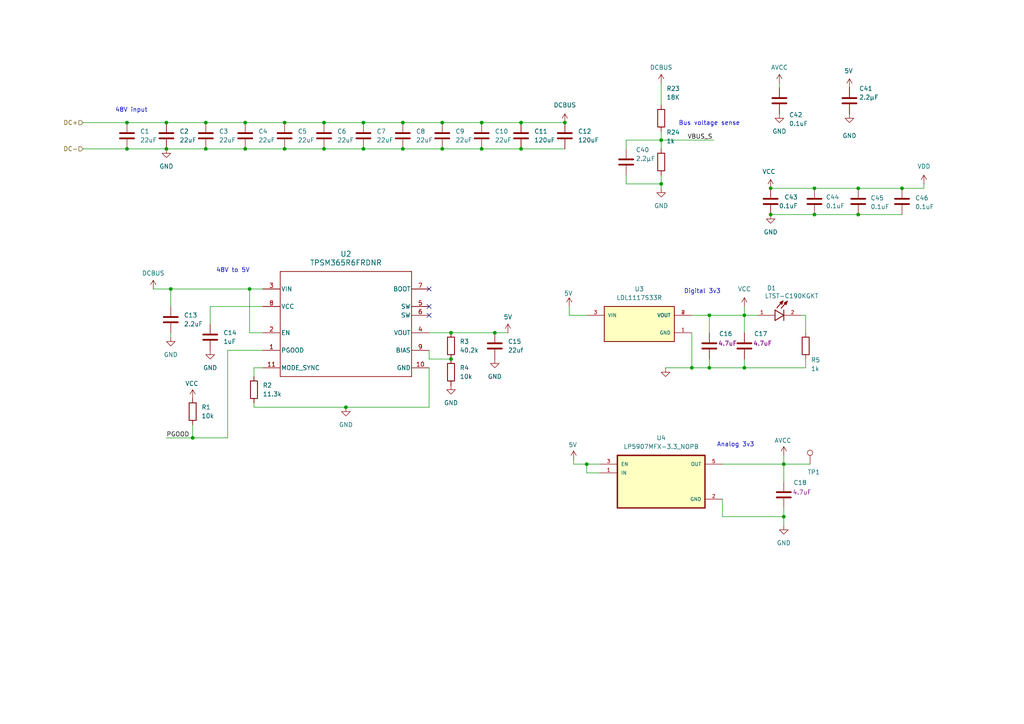
<source format=kicad_sch>
(kicad_sch (version 20231120) (generator "eeschema") (generator_version "8.0")
  (paper "A4")
  (junction (at 248.92 62.23))
  (junction (at 100.33 118.11))
  (junction (at 227.33 134.62))
  (junction (at 191.77 53.34))
  (junction (at 236.22 54.61))
  (junction (at 248.92 54.61))
  (junction (at 116.84 35.56))
  (junction (at 82.55 35.56))
  (junction (at 223.52 62.23))
  (junction (at 200.66 106.68))
  (junction (at 93.98 35.56))
  (junction (at 227.33 149.86))
  (junction (at 130.81 104.14))
  (junction (at 93.98 43.18))
  (junction (at 36.83 35.56))
  (junction (at 105.41 43.18))
  (junction (at 223.52 54.61))
  (junction (at 128.27 43.18))
  (junction (at 55.88 127))
  (junction (at 236.22 62.23))
  (junction (at 215.9 91.44))
  (junction (at 163.83 35.56))
  (junction (at 82.55 43.18))
  (junction (at 170.18 134.62))
  (junction (at 143.51 96.52))
  (junction (at 261.62 54.61))
  (junction (at 36.83 43.18))
  (junction (at 116.84 43.18))
  (junction (at 205.74 91.44))
  (junction (at 105.41 35.56))
  (junction (at 130.81 96.52))
  (junction (at 151.13 35.56))
  (junction (at 191.77 40.64))
  (junction (at 139.7 35.56))
  (junction (at 59.69 43.18))
  (junction (at 128.27 35.56))
  (junction (at 215.9 106.68))
  (junction (at 205.74 106.68))
  (junction (at 48.26 35.56))
  (junction (at 49.53 83.82))
  (junction (at 139.7 43.18))
  (junction (at 151.13 43.18))
  (junction (at 71.12 35.56))
  (junction (at 71.12 43.18))
  (junction (at 48.26 43.18))
  (junction (at 59.69 35.56))
  (junction (at 72.39 83.82))
  (no_connect (at 124.46 88.9))
  (no_connect (at 124.46 91.44))
  (no_connect (at 124.46 83.82))
  (wire (pts (xy 209.55 134.62) (xy 227.33 134.62)))
  (wire (pts (xy 205.74 104.14) (xy 205.74 106.68)))
  (wire (pts (xy 49.53 96.52) (xy 49.53 97.79)))
  (wire (pts (xy 166.37 133.35) (xy 166.37 134.62)))
  (wire (pts (xy 191.77 40.64) (xy 191.77 43.18)))
  (wire (pts (xy 72.39 96.52) (xy 76.2 96.52)))
  (wire (pts (xy 36.83 43.18) (xy 48.26 43.18)))
  (wire (pts (xy 200.66 96.52) (xy 200.66 106.68)))
  (wire (pts (xy 234.95 134.62) (xy 227.33 134.62)))
  (wire (pts (xy 191.77 24.13) (xy 191.77 30.48)))
  (wire (pts (xy 170.18 137.16) (xy 173.99 137.16)))
  (wire (pts (xy 170.18 134.62) (xy 170.18 137.16)))
  (wire (pts (xy 215.9 106.68) (xy 215.9 104.14)))
  (wire (pts (xy 191.77 53.34) (xy 191.77 54.61)))
  (wire (pts (xy 165.1 91.44) (xy 165.1 88.9)))
  (wire (pts (xy 191.77 53.34) (xy 181.61 53.34)))
  (wire (pts (xy 55.88 123.19) (xy 55.88 127)))
  (wire (pts (xy 105.41 35.56) (xy 116.84 35.56)))
  (wire (pts (xy 49.53 83.82) (xy 49.53 88.9)))
  (wire (pts (xy 100.33 118.11) (xy 124.46 118.11)))
  (wire (pts (xy 233.68 91.44) (xy 233.68 96.52)))
  (wire (pts (xy 236.22 54.61) (xy 248.92 54.61)))
  (wire (pts (xy 124.46 106.68) (xy 124.46 118.11)))
  (wire (pts (xy 73.66 116.84) (xy 73.66 118.11)))
  (wire (pts (xy 49.53 83.82) (xy 72.39 83.82)))
  (wire (pts (xy 209.55 149.86) (xy 227.33 149.86)))
  (wire (pts (xy 128.27 43.18) (xy 139.7 43.18)))
  (wire (pts (xy 191.77 38.1) (xy 191.77 40.64)))
  (wire (pts (xy 36.83 35.56) (xy 48.26 35.56)))
  (wire (pts (xy 116.84 43.18) (xy 128.27 43.18)))
  (wire (pts (xy 248.92 54.61) (xy 261.62 54.61)))
  (wire (pts (xy 82.55 35.56) (xy 93.98 35.56)))
  (wire (pts (xy 55.88 127) (xy 66.04 127)))
  (wire (pts (xy 205.74 106.68) (xy 215.9 106.68)))
  (wire (pts (xy 66.04 101.6) (xy 76.2 101.6)))
  (wire (pts (xy 170.18 91.44) (xy 165.1 91.44)))
  (wire (pts (xy 59.69 35.56) (xy 71.12 35.56)))
  (wire (pts (xy 226.06 24.13) (xy 226.06 25.4)))
  (wire (pts (xy 116.84 35.56) (xy 128.27 35.56)))
  (wire (pts (xy 76.2 88.9) (xy 60.96 88.9)))
  (wire (pts (xy 267.97 53.34) (xy 267.97 54.61)))
  (wire (pts (xy 227.33 149.86) (xy 227.33 147.32)))
  (wire (pts (xy 233.68 106.68) (xy 215.9 106.68)))
  (wire (pts (xy 139.7 35.56) (xy 151.13 35.56)))
  (wire (pts (xy 205.74 91.44) (xy 205.74 96.52)))
  (wire (pts (xy 223.52 54.61) (xy 236.22 54.61)))
  (wire (pts (xy 93.98 35.56) (xy 105.41 35.56)))
  (wire (pts (xy 59.69 43.18) (xy 71.12 43.18)))
  (wire (pts (xy 124.46 104.14) (xy 130.81 104.14)))
  (wire (pts (xy 128.27 35.56) (xy 139.7 35.56)))
  (wire (pts (xy 193.04 106.68) (xy 200.66 106.68)))
  (wire (pts (xy 48.26 43.18) (xy 59.69 43.18)))
  (wire (pts (xy 200.66 91.44) (xy 205.74 91.44)))
  (wire (pts (xy 151.13 43.18) (xy 163.83 43.18)))
  (wire (pts (xy 215.9 96.52) (xy 215.9 91.44)))
  (wire (pts (xy 124.46 101.6) (xy 124.46 104.14)))
  (wire (pts (xy 261.62 54.61) (xy 267.97 54.61)))
  (wire (pts (xy 233.68 104.14) (xy 233.68 106.68)))
  (wire (pts (xy 181.61 40.64) (xy 191.77 40.64)))
  (wire (pts (xy 44.45 83.82) (xy 49.53 83.82)))
  (wire (pts (xy 72.39 83.82) (xy 72.39 96.52)))
  (wire (pts (xy 191.77 50.8) (xy 191.77 53.34)))
  (wire (pts (xy 48.26 127) (xy 55.88 127)))
  (wire (pts (xy 200.66 106.68) (xy 205.74 106.68)))
  (wire (pts (xy 181.61 43.18) (xy 181.61 40.64)))
  (wire (pts (xy 139.7 43.18) (xy 151.13 43.18)))
  (wire (pts (xy 151.13 35.56) (xy 163.83 35.56)))
  (wire (pts (xy 227.33 152.4) (xy 227.33 149.86)))
  (wire (pts (xy 232.41 91.44) (xy 233.68 91.44)))
  (wire (pts (xy 71.12 43.18) (xy 82.55 43.18)))
  (wire (pts (xy 191.77 40.64) (xy 207.01 40.64)))
  (wire (pts (xy 215.9 91.44) (xy 215.9 88.9)))
  (wire (pts (xy 24.13 43.18) (xy 36.83 43.18)))
  (wire (pts (xy 93.98 43.18) (xy 105.41 43.18)))
  (wire (pts (xy 105.41 43.18) (xy 116.84 43.18)))
  (wire (pts (xy 48.26 35.56) (xy 59.69 35.56)))
  (wire (pts (xy 71.12 35.56) (xy 82.55 35.56)))
  (wire (pts (xy 205.74 91.44) (xy 215.9 91.44)))
  (wire (pts (xy 73.66 118.11) (xy 100.33 118.11)))
  (wire (pts (xy 227.33 134.62) (xy 227.33 139.7)))
  (wire (pts (xy 236.22 62.23) (xy 248.92 62.23)))
  (wire (pts (xy 60.96 88.9) (xy 60.96 93.98)))
  (wire (pts (xy 72.39 83.82) (xy 76.2 83.82)))
  (wire (pts (xy 215.9 91.44) (xy 219.71 91.44)))
  (wire (pts (xy 209.55 144.78) (xy 209.55 149.86)))
  (wire (pts (xy 166.37 134.62) (xy 170.18 134.62)))
  (wire (pts (xy 24.13 35.56) (xy 36.83 35.56)))
  (wire (pts (xy 227.33 134.62) (xy 227.33 132.08)))
  (wire (pts (xy 73.66 109.22) (xy 73.66 106.68)))
  (wire (pts (xy 181.61 53.34) (xy 181.61 50.8)))
  (wire (pts (xy 66.04 127) (xy 66.04 101.6)))
  (wire (pts (xy 73.66 106.68) (xy 76.2 106.68)))
  (wire (pts (xy 130.81 96.52) (xy 143.51 96.52)))
  (wire (pts (xy 82.55 43.18) (xy 93.98 43.18)))
  (wire (pts (xy 170.18 134.62) (xy 173.99 134.62)))
  (wire (pts (xy 248.92 62.23) (xy 261.62 62.23)))
  (wire (pts (xy 124.46 96.52) (xy 130.81 96.52)))
  (wire (pts (xy 143.51 96.52) (xy 147.32 96.52)))
  (wire (pts (xy 223.52 62.23) (xy 236.22 62.23)))
  (text "48V to 5V" (at 67.564 78.486 0) (effects (font (size 1.27 1.27))))
  (text "48V input" (at 38.1 32.004 0) (effects (font (size 1.27 1.27))))
  (text "Bus voltage sense" (at 205.74 35.814 0) (effects (font (size 1.27 1.27))))
  (text "Digital 3v3" (at 203.708 84.582 0) (effects (font (size 1.27 1.27))))
  (text "Analog 3v3" (at 213.36 129.032 0) (effects (font (size 1.27 1.27))))
  (label "VBUS_S" (at 199.39 40.64 0))
  (label "PGOOD" (at 48.26 127 0))
  (hierarchical_label "DC-" (shape input) (at 24.13 43.18 180))
  (hierarchical_label "DC+" (shape input) (at 24.13 35.56 180))
  (symbol (lib_id "Device:R") (at 130.81 100.33 0) (unit 1)
    (property "Reference" "R3" (at 133.35 99.0599 0) (effects (justify left)))
    (property "Value" "40.2k" (at 133.35 101.5999 0) (effects (justify left)))
    (property "Footprint" "Resistor_SMD:R_0603_1608Metric" (effects (hide yes)))
    (property "Description" "Resistor" (effects (hide yes)))
  )
  (symbol (lib_id "power:+5V") (at 147.32 96.52 0) (unit 1)
    (property "Reference" "#PWR010" (effects (hide yes)))
    (property "Value" "5V" (at 147.32 91.948 0))
  )
  (symbol (lib_id "Device:C") (at 226.06 29.21 0) (unit 1)
    (property "Reference" "C42" (at 228.854 34.036 0) (effects (justify left bottom)))
    (property "Value" "${CAPACITANCE}" (at 228.854 36.576 0) (effects (justify left bottom)))
    (property "Footprint" "Capacitor_SMD:C_0603_1608Metric" (effects (hide yes)))
    (property "Description" "CAP CER 0.1UF 50V X7R 0603" (effects (hide yes)))
    (property "SUPPLIER 1" "Digi-Key" (effects (hide yes)))
    (property "SUPPLIER PART NUMBER 1" "490-1519-2-ND" (effects (hide yes)))
    (property "MANUFACTURER" "Murata Electronics North America" (effects (hide yes)))
    (property "MANUFACTURER PART NUMBER" "GRM188R71H104KA93D" (effects (hide yes)))
    (property "ROHS" "RoHS Compliant" (effects (hide yes)))
    (property "CATEGORY" "Capacitors" (effects (hide yes)))
    (property "PRICING 1" "4000=0.01822, 8000=0.01663, 12000=0.01584 (USD)" (effects (hide yes)))
    (property "PACKAGING" "Tape & Reel (TR)" (effects (hide yes)))
    (property "CAPACITANCE" "0.1uF" (effects (hide yes)))
    (property "TOLERANCE" "±10%" (effects (hide yes)))
    (property "VOLTAGE - RATED" "50V" (effects (hide yes)))
    (property "TEMPERATURE COEFFICIENT" "X7R" (effects (hide yes)))
    (property "MOUNTING TYPE" "Surface Mount, MLCC" (effects (hide yes)))
    (property "OPERATING TEMPERATURE" "-55°C ~ 125°C" (effects (hide yes)))
    (property "APPLICATIONS" "General Purpose" (effects (hide yes)))
    (property "RATINGS" "-" (effects (hide yes)))
    (property "PACKAGE / CASE" "0603 (1608 Metric)" (effects (hide yes)))
    (property "SIZE / DIMENSION" "0.063\" L x 0.032\" W (1.60mm x 0.80mm)" (effects (hide yes)))
    (property "HEIGHT - SEATED (MAX)" "-" (effects (hide yes)))
    (property "THICKNESS (MAX)" "0.035\" (0.90mm)" (effects (hide yes)))
    (property "LEAD SPACING" "-" (effects (hide yes)))
    (property "FEATURES" "-" (effects (hide yes)))
    (property "LEAD STYLE" "-" (effects (hide yes)))
    (property "COMPONENTLINK1URL" "http://www.murata.com/~/media/webrenewal/support/library/catalog/products/capacitor/mlcc/c02e.ashx?la=en-us" (effects (hide yes)))
    (property "COMPONENTLINK1DESCRIPTION" "http://www.murata.com/~/media/webrenewal/support/library/catalog/products/capacitor/mlcc/c02e.ashx?la=en-us" (effects (hide yes)))
    (property "STOCK" "19812000" (effects (hide yes)))
    (property "PART STATUS" "Active" (effects (hide yes)))
    (property "SUPPLIER 2" "Digi-Key" (effects (hide yes)))
    (property "SUPPLIER PART NUMBER 2" "490-1519-1-ND" (effects (hide yes)))
    (property "PRICING 2" "1=0.12, 10=0.084, 100=0.0396, 500=0.02778, 1000=0.023 (USD)" (effects (hide yes)))
  )
  (symbol (lib_id "Device:C") (at 181.61 46.99 0) (unit 1)
    (property "Reference" "C40" (at 184.404 44.196 0) (effects (justify left bottom)))
    (property "Value" "${CAPACITANCE}" (at 184.404 46.736 0) (effects (justify left bottom)))
    (property "Footprint" "Capacitor_SMD:C_0603_1608Metric" (effects (hide yes)))
    (property "Description" "CAP CER 2.2UF 16V X5R 0603" (effects (hide yes)))
    (property "SUPPLIER 1" "Digi-Key" (effects (hide yes)))
    (property "SUPPLIER PART NUMBER 1" "490-3296-1-ND" (effects (hide yes)))
    (property "MANUFACTURER" "Murata Electronics North America" (effects (hide yes)))
    (property "MANUFACTURER PART NUMBER" "GRM188R61C225KE15D" (effects (hide yes)))
    (property "ROHS" "RoHS Compliant" (effects (hide yes)))
    (property "CATEGORY" "Capacitors" (effects (hide yes)))
    (property "STOCK 1" "1255740" (effects (hide yes)))
    (property "PRICING 1" "1=0.12, 10=0.08, 50=0.046, 100=0.038, 250=0.032, 500=0.0268, 1000=0.022 (USD)" (effects (hide yes)))
    (property "PACKAGING" "Cut Tape (CT)" (effects (hide yes)))
    (property "CAPACITANCE" "2.2µF" (effects (hide yes)))
    (property "TOLERANCE" "±10%" (effects (hide yes)))
    (property "VOLTAGE - RATED" "16V" (effects (hide yes)))
    (property "TEMPERATURE COEFFICIENT" "X5R" (effects (hide yes)))
    (property "MOUNTING TYPE" "Surface Mount, MLCC" (effects (hide yes)))
    (property "OPERATING TEMPERATURE" "-55°C ~ 85°C" (effects (hide yes)))
    (property "APPLICATIONS" "General Purpose" (effects (hide yes)))
    (property "RATINGS" "-" (effects (hide yes)))
    (property "PACKAGE / CASE" "0603 (1608 Metric)" (effects (hide yes)))
    (property "SIZE / DIMENSION" "0.063\" L x 0.031\" W (1.60mm x 0.80mm)" (effects (hide yes)))
    (property "HEIGHT - SEATED (MAX)" "-" (effects (hide yes)))
    (property "THICKNESS (MAX)" "0.035\" (0.90mm)" (effects (hide yes)))
    (property "LEAD SPACING" "-" (effects (hide yes)))
    (property "FEATURES" "-" (effects (hide yes)))
    (property "LEAD STYLE" "-" (effects (hide yes)))
    (property "COMPONENTLINK1URL" "http://www.murata.com/~/media/webrenewal/support/library/catalog/products/capacitor/mlcc/c02e.pdf" (effects (hide yes)))
    (property "COMPONENTLINK1DESCRIPTION" "http://www.murata.com/~/media/webrenewal/support/library/catalog/products/capacitor/mlcc/c02e.pdf" (effects (hide yes)))
  )
  (symbol (lib_id "Device:C") (at 116.84 39.37 0) (unit 1)
    (property "Reference" "C8" (at 120.65 38.0999 0) (effects (justify left)))
    (property "Value" "22uF" (at 120.65 40.6399 0) (effects (justify left)))
    (property "Description" "Unpolarized capacitor" (effects (hide yes)))
    (property "LCSC Part Number" "C784103" (effects (hide yes)))
  )
  (symbol (lib_id "power:GND") (at 227.33 152.4 0) (unit 1)
    (property "Reference" "#PWR017" (effects (hide yes)))
    (property "Value" "GND" (at 227.33 157.48 0))
    (property "Description" "Power symbol creates a global label with name \"GND\" , ground" (effects (hide yes)))
  )
  (symbol (lib_id "Device:R") (at 191.77 34.29 0) (unit 1)
    (property "Reference" "R23" (at 193.294 26.416 0) (effects (justify left bottom)))
    (property "Value" "18K" (at 193.294 28.956 0) (effects (justify left bottom)))
    (property "Footprint" "Resistor_SMD:R_0603_1608Metric" (effects (hide yes)))
    (property "Description" "RES SMD 10K OHM 1% 1/10W 0603" (effects (hide yes)))
    (property "SUPPLIER 1" "Digi-Key" (effects (hide yes)))
    (property "SUPPLIER PART NUMBER 1" "311-10.0KHRCT-ND" (effects (hide yes)))
    (property "MANUFACTURER" "Yageo" (effects (hide yes)))
    (property "MANUFACTURER PART NUMBER" "RC0603FR-0710KL" (effects (hide yes)))
    (property "ROHS" "RoHS Compliant" (effects (hide yes)))
    (property "CATEGORY" "Resistors" (effects (hide yes)))
    (property "STOCK 1" "13504930" (effects (hide yes)))
    (property "PRICING 1" "1=0.1, 10=0.014, 25=0.01, 100=0.0057, 250=0.00436, 500=0.00348, 1000=0.00257, 2500=0.00223 (USD)" (effects (hide yes)))
    (property "PACKAGING" "Cut Tape (CT)" (effects (hide yes)))
    (property "RESISTANCE (OHMS)" "10k" (effects (hide yes)))
    (property "TOLERANCE" "±1%" (effects (hide yes)))
    (property "POWER (WATTS)" "0.1W, 1/10W" (effects (hide yes)))
    (property "COMPOSITION" "Thick Film" (effects (hide yes)))
    (property "FEATURES" "Moisture Resistant" (effects (hide yes)))
    (property "TEMPERATURE COEFFICIENT" "±100ppm/°C" (effects (hide yes)))
    (property "OPERATING TEMPERATURE" "-55°C ~ 155°C" (effects (hide yes)))
    (property "PACKAGE / CASE" "0603 (1608 Metric)" (effects (hide yes)))
    (property "SUPPLIER DEVICE PACKAGE" "0603" (effects (hide yes)))
    (property "SIZE / DIMENSION" "0.063\" L x 0.031\" W (1.60mm x 0.80mm)" (effects (hide yes)))
    (property "HEIGHT" "0.022\" (0.55mm)" (effects (hide yes)))
    (property "NUMBER OF TERMINATIONS" "2" (effects (hide yes)))
    (property "COMPONENTLINK1URL" "http://www.yageo.com/documents/recent/PYu-RC_Group_51_RoHS_L_04.pdf" (effects (hide yes)))
    (property "COMPONENTLINK1DESCRIPTION" "http://www.yageo.com/documents/recent/PYu-RC_Group_51_RoHS_L_04.pdf" (effects (hide yes)))
  )
  (symbol (lib_id "power:GND") (at 100.33 118.11 0) (unit 1)
    (property "Reference" "#PWR07" (effects (hide yes)))
    (property "Value" "GND" (at 100.33 123.19 0))
    (property "Description" "Power symbol creates a global label with name \"GND\" , ground" (effects (hide yes)))
  )
  (symbol (lib_id "Device:C") (at 128.27 39.37 0) (unit 1)
    (property "Reference" "C9" (at 132.08 38.0999 0) (effects (justify left)))
    (property "Value" "22uF" (at 132.08 40.6399 0) (effects (justify left)))
    (property "Description" "Unpolarized capacitor" (effects (hide yes)))
    (property "LCSC Part Number" "C784103" (effects (hide yes)))
  )
  (symbol (lib_id "power:+5V") (at 246.38 25.4 0) (unit 1)
    (property "Reference" "#PWR048" (effects (hide yes)))
    (property "Value" "5V" (at 246.126 20.574 0))
  )
  (symbol (lib_id "Device:R") (at 73.66 113.03 0) (unit 1)
    (property "Reference" "R2" (at 76.2 111.7599 0) (effects (justify left)))
    (property "Value" "11.3k" (at 76.2 114.2999 0) (effects (justify left)))
    (property "Footprint" "Resistor_SMD:R_0603_1608Metric" (effects (hide yes)))
    (property "Description" "Resistor" (effects (hide yes)))
  )
  (symbol (lib_id "power:GND") (at 193.04 106.68 0) (unit 1)
    (property "Reference" "#PWR014" (effects (hide yes)))
    (property "Value" "GND" (effects (hide yes)))
  )
  (symbol (lib_id "Device:C") (at 49.53 92.71 0) (unit 1)
    (property "Reference" "C13" (at 53.34 91.4399 0) (effects (justify left)))
    (property "Value" "2.2uF" (at 53.34 93.9799 0) (effects (justify left)))
    (property "Footprint" "Capacitor_SMD:C_1210_3225Metric" (effects (hide yes)))
    (property "Description" "Unpolarized capacitor" (effects (hide yes)))
  )
  (symbol (lib_id "Device:C") (at 215.9 100.33 0) (unit 1)
    (property "Reference" "C17" (at 218.694 97.536 0) (effects (justify left bottom)))
    (property "Value" "4.7uF" (effects (hide yes)))
    (property "Footprint" "Capacitor_SMD:C_0805_2012Metric" (effects (hide yes)))
    (property "Description" "CAP CER 4.7UF 35V X5R 0805" (effects (hide yes)))
    (property "SUPPLIER 1" "Digi-Key" (effects (hide yes)))
    (property "SUPPLIER PART NUMBER 1" "490-7208-2-ND" (effects (hide yes)))
    (property "MANUFACTURER" "Murata Electronics North America" (effects (hide yes)))
    (property "ROHS" "RoHS Compliant" (effects (hide yes)))
    (property "CATEGORY" "Capacitors" (effects (hide yes)))
    (property "PRICING 1" "4000=0.05126, 8000=0.0487, 12000=0.04613 (USD)" (effects (hide yes)))
    (property "PACKAGING" "Tape & Reel (TR)" (effects (hide yes)))
    (property "PART STATUS" "Active" (effects (hide yes)))
    (property "TOLERANCE" "±10%" (effects (hide yes)))
    (property "VOLTAGE - RATED" "35V" (effects (hide yes)))
    (property "TEMPERATURE COEFFICIENT" "X5R" (effects (hide yes)))
    (property "OPERATING TEMPERATURE" "-55°C ~ 85°C" (effects (hide yes)))
    (property "FEATURES" "Derating Recommended" (effects (hide yes)))
    (property "RATINGS" "-" (effects (hide yes)))
    (property "APPLICATIONS" "General Purpose" (effects (hide yes)))
    (property "MOUNTING TYPE" "Surface Mount, MLCC" (effects (hide yes)))
    (property "PACKAGE / CASE" "0805 (2012 Metric)" (effects (hide yes)))
    (property "SIZE / DIMENSION" "0.079\" L x 0.049\" W (2.01mm x 1.25mm)" (effects (hide yes)))
    (property "HEIGHT - SEATED (MAX)" "-" (effects (hide yes)))
    (property "THICKNESS (MAX)" "0.037\" (0.95mm)" (effects (hide yes)))
    (property "LEAD SPACING" "-" (effects (hide yes)))
    (property "LEAD STYLE" "-" (effects (hide yes)))
    (property "COMPONENTLINK1URL" "http://www.murata.com/~/media/webrenewal/support/library/catalog/products/capacitor/mlcc/c02e.ashx?la=en-us" (effects (hide yes)))
    (property "COMPONENTLINK1DESCRIPTION" "http://www.murata.com/~/media/webrenewal/support/library/catalog/products/capacitor/mlcc/c02e.ashx?la=en-us" (effects (hide yes)))
    (property "SUPPLIER 2" "Digi-Key" (effects (hide yes)))
    (property "SUPPLIER PART NUMBER 2" "490-7208-1-ND" (effects (hide yes)))
    (property "PRICING 2" "1=0.26, 10=0.177, 100=0.1002, 500=0.07076, 1000=0.06191 (USD)" (effects (hide yes)))
    (property "ALTIUM_VALUE" "4.7uF" (at 218.44 100.33 0) (effects (justify left bottom)))
    (property "STOCK" "152000" (effects (hide yes)))
    (property "MANUFACTURER PART NUMBER" "GRM219R6YA475KA73D" (effects (hide yes)))
    (property "LCSC Part Number" "C913498" (effects (hide yes)))
  )
  (symbol (lib_id "Device:C") (at 36.83 39.37 0) (unit 1)
    (property "Reference" "C1" (at 40.64 38.0999 0) (effects (justify left)))
    (property "Value" "22uF" (at 40.64 40.6399 0) (effects (justify left)))
    (property "Description" "Unpolarized capacitor" (effects (hide yes)))
    (property "LCSC Part Number" "C784103" (effects (hide yes)))
  )
  (symbol (lib_id "Device:R") (at 55.88 119.38 0) (unit 1)
    (property "Reference" "R1" (at 58.42 118.1099 0) (effects (justify left)))
    (property "Value" "10k" (at 58.42 120.6499 0) (effects (justify left)))
    (property "Footprint" "Resistor_SMD:R_0603_1608Metric" (effects (hide yes)))
    (property "Description" "Resistor" (effects (hide yes)))
  )
  (symbol (lib_id "power:GND") (at 191.77 54.61 0) (unit 1)
    (property "Reference" "#PWR047" (effects (hide yes)))
    (property "Value" "GND" (at 191.77 59.69 0))
    (property "Description" "Power symbol creates a global label with name \"GND\" , ground" (effects (hide yes)))
  )
  (symbol (lib_id "power:VCC") (at 223.52 54.61 0) (unit 1)
    (property "Reference" "#PWR053" (effects (hide yes)))
    (property "Value" "VCC" (at 223.012 49.784 0))
  )
  (symbol (lib_id "2024-06-02_22-14-22:TPSM365R6FRDNR") (at 76.2 83.82 0) (unit 1)
    (property "Reference" "U2" (at 100.33 73.66 0) (effects (font (size 1.524 1.524))))
    (property "Value" "TPSM365R6FRDNR" (at 100.33 76.2 0) (effects (font (size 1.524 1.524))))
    (property "Footprint" "5VPower:RDN0011A-MFG" (effects (hide yes)))
    (property "Datasheet" "TPSM365R6FRDNR" (effects (hide yes)))
  )
  (symbol (lib_id "power:+5V") (at 44.45 83.82 0) (unit 1)
    (property "Reference" "#PWR03" (effects (hide yes)))
    (property "Value" "DCBUS" (at 44.45 79.248 0))
  )
  (symbol (lib_id "Device:C") (at 105.41 39.37 0) (unit 1)
    (property "Reference" "C7" (at 109.22 38.0999 0) (effects (justify left)))
    (property "Value" "22uF" (at 109.22 40.6399 0) (effects (justify left)))
    (property "Description" "Unpolarized capacitor" (effects (hide yes)))
    (property "LCSC Part Number" "C784103" (effects (hide yes)))
  )
  (symbol (lib_id "Device:C") (at 151.13 39.37 0) (unit 1)
    (property "Reference" "C11" (at 154.94 38.0999 0) (effects (justify left)))
    (property "Value" "120uF" (at 154.94 40.6399 0) (effects (justify left)))
    (property "Description" "Electrolytic Can Capacitor" (effects (hide yes)))
    (property "LCSC Part Number" "C487157" (effects (hide yes)))
  )
  (symbol (lib_id "LP5907MFX-3.3_NOPB:LP5907MFX-3.3_NOPB") (at 191.77 139.7 0) (unit 1)
    (property "Reference" "U4" (at 191.77 127 0))
    (property "Value" "LP5907MFX-3.3_NOPB" (at 191.77 129.54 0))
    (property "Footprint" "Package_TO_SOT_SMD:SOT-23-5" (effects (hide yes)))
    (property "MF" "Texas Instruments" (effects (hide yes)))
    (property "Description_1" "\n250mA, Ultra-Low Noise Low-Dropout Regulator 5-SOT-23 -40 to 125\n" (effects (hide yes)))
    (property "Package" "SOT-23 Texas Instruments" (effects (hide yes)))
    (property "Price" "None" (effects (hide yes)))
    (property "SnapEDA_Link" "https://www.snapeda.com/parts/LP5907MFX3.3NOPB/Texas+Instruments/view-part/?ref=snap" (effects (hide yes)))
    (property "MP" "LP5907MFX3.3NOPB" (effects (hide yes)))
    (property "Availability" "Not in stock" (effects (hide yes)))
    (property "Check_prices" "https://www.snapeda.com/parts/LP5907MFX3.3NOPB/Texas+Instruments/view-part/?ref=eda" (effects (hide yes)))
  )
  (symbol (lib_id "power:GND") (at 48.26 43.18 0) (unit 1)
    (property "Reference" "#PWR02" (effects (hide yes)))
    (property "Value" "GND" (at 48.26 48.26 0))
    (property "Description" "Power symbol creates a global label with name \"GND\" , ground" (effects (hide yes)))
  )
  (symbol (lib_id "LTST-C190KGKT:LTST-C190KGKT") (at 227.33 91.44 0) (unit 1)
    (property "Reference" "D1" (at 223.774 83.566 0))
    (property "Value" "LTST-C190KGKT" (at 229.616 85.852 0))
    (property "Footprint" "Diode_SMD:D_0603_1608Metric" (effects (hide yes)))
    (property "MF" "Lite-On Inc." (effects (hide yes)))
    (property "Description_1" "\nGreen 571nm LED Indication - Discrete 2V 0603 (1608 Metric)\n" (effects (hide yes)))
    (property "Package" "0603 Lite-On" (effects (hide yes)))
    (property "Price" "None" (effects (hide yes)))
    (property "SnapEDA_Link" "https://www.snapeda.com/parts/LTST-C190KGKT/Lite-On+Inc./view-part/?ref=snap" (effects (hide yes)))
    (property "MP" "LTST-C190KGKT" (effects (hide yes)))
    (property "Availability" "In Stock" (effects (hide yes)))
    (property "Check_prices" "https://www.snapeda.com/parts/LTST-C190KGKT/Lite-On+Inc./view-part/?ref=eda" (effects (hide yes)))
  )
  (symbol (lib_id "power:+48V") (at 163.83 35.56 0) (unit 1)
    (property "Reference" "#PWR01" (effects (hide yes)))
    (property "Value" "DCBUS" (at 163.83 30.48 0))
    (property "Description" "Power symbol creates a global label with name \"+48V\"" (effects (hide yes)))
  )
  (symbol (lib_id "power:+5V") (at 166.37 133.35 0) (unit 1)
    (property "Reference" "#PWR012" (effects (hide yes)))
    (property "Value" "5V" (at 166.116 129.032 0))
  )
  (symbol (lib_id "Device:R") (at 191.77 46.99 0) (unit 1)
    (property "Reference" "R24" (at 193.294 39.116 0) (effects (justify left bottom)))
    (property "Value" "1k" (at 193.294 41.656 0) (effects (justify left bottom)))
    (property "Footprint" "Resistor_SMD:R_0603_1608Metric" (effects (hide yes)))
    (property "Description" "RES SMD 1K OHM 1% 1/10W 0603" (effects (hide yes)))
    (property "SUPPLIER 1" "Digi-Key" (effects (hide yes)))
    (property "SUPPLIER PART NUMBER 1" "311-1.00KHRCT-ND" (effects (hide yes)))
    (property "MANUFACTURER" "Yageo" (effects (hide yes)))
    (property "ROHS" "RoHS Compliant" (effects (hide yes)))
    (property "CATEGORY" "Resistors" (effects (hide yes)))
    (property "STOCK 1" "6734836" (effects (hide yes)))
    (property "PRICING 1" "1=0.1, 10=0.014, 25=0.01, 100=0.0057, 250=0.00436, 500=0.00348, 1000=0.00257, 2500=0.00223 (USD)" (effects (hide yes)))
    (property "PACKAGING" "Cut Tape (CT)" (effects (hide yes)))
    (property "TOLERANCE" "±1%" (effects (hide yes)))
    (property "POWER (WATTS)" "0.1W, 1/10W" (effects (hide yes)))
    (property "COMPOSITION" "Thick Film" (effects (hide yes)))
    (property "FEATURES" "Moisture Resistant" (effects (hide yes)))
    (property "TEMPERATURE COEFFICIENT" "±100ppm/°C" (effects (hide yes)))
    (property "OPERATING TEMPERATURE" "-55°C ~ 155°C" (effects (hide yes)))
    (property "PACKAGE / CASE" "0603 (1608 Metric)" (effects (hide yes)))
    (property "SUPPLIER DEVICE PACKAGE" "0603" (effects (hide yes)))
    (property "SIZE / DIMENSION" "0.063\" L x 0.031\" W (1.60mm x 0.80mm)" (effects (hide yes)))
    (property "HEIGHT" "0.022\" (0.55mm)" (effects (hide yes)))
    (property "NUMBER OF TERMINATIONS" "2" (effects (hide yes)))
    (property "COMPONENTLINK1URL" "http://www.yageo.com/documents/recent/PYu-RC_Group_51_RoHS_L_04.pdf" (effects (hide yes)))
    (property "COMPONENTLINK1DESCRIPTION" "http://www.yageo.com/documents/recent/PYu-RC_Group_51_RoHS_L_04.pdf" (effects (hide yes)))
    (property "MANUFACTURER PART NUMBER" "RC0603FR-071KL" (effects (hide yes)))
    (property "RESISTANCE (OHMS)" "1k" (effects (hide yes)))
  )
  (symbol (lib_id "power:GND") (at 143.51 104.14 0) (unit 1)
    (property "Reference" "#PWR09" (effects (hide yes)))
    (property "Value" "GND" (at 143.51 109.22 0))
    (property "Description" "Power symbol creates a global label with name \"GND\" , ground" (effects (hide yes)))
  )
  (symbol (lib_id "Device:C") (at 236.22 58.42 0) (unit 1)
    (property "Reference" "C44" (at 239.522 57.912 0) (effects (justify left bottom)))
    (property "Value" "${CAPACITANCE}" (at 239.522 60.452 0) (effects (justify left bottom)))
    (property "Footprint" "Capacitor_SMD:C_0603_1608Metric" (effects (hide yes)))
    (property "Description" "CAP CER 0.1UF 50V X7R 0603" (effects (hide yes)))
    (property "SUPPLIER 1" "Digi-Key" (effects (hide yes)))
    (property "SUPPLIER PART NUMBER 1" "490-1519-2-ND" (effects (hide yes)))
    (property "MANUFACTURER" "Murata Electronics North America" (effects (hide yes)))
    (property "MANUFACTURER PART NUMBER" "GRM188R71H104KA93D" (effects (hide yes)))
    (property "ROHS" "RoHS Compliant" (effects (hide yes)))
    (property "CATEGORY" "Capacitors" (effects (hide yes)))
    (property "PRICING 1" "4000=0.01822, 8000=0.01663, 12000=0.01584 (USD)" (effects (hide yes)))
    (property "PACKAGING" "Tape & Reel (TR)" (effects (hide yes)))
    (property "CAPACITANCE" "0.1uF" (effects (hide yes)))
    (property "TOLERANCE" "±10%" (effects (hide yes)))
    (property "VOLTAGE - RATED" "50V" (effects (hide yes)))
    (property "TEMPERATURE COEFFICIENT" "X7R" (effects (hide yes)))
    (property "MOUNTING TYPE" "Surface Mount, MLCC" (effects (hide yes)))
    (property "OPERATING TEMPERATURE" "-55°C ~ 125°C" (effects (hide yes)))
    (property "APPLICATIONS" "General Purpose" (effects (hide yes)))
    (property "RATINGS" "-" (effects (hide yes)))
    (property "PACKAGE / CASE" "0603 (1608 Metric)" (effects (hide yes)))
    (property "SIZE / DIMENSION" "0.063\" L x 0.032\" W (1.60mm x 0.80mm)" (effects (hide yes)))
    (property "HEIGHT - SEATED (MAX)" "-" (effects (hide yes)))
    (property "THICKNESS (MAX)" "0.035\" (0.90mm)" (effects (hide yes)))
    (property "LEAD SPACING" "-" (effects (hide yes)))
    (property "FEATURES" "-" (effects (hide yes)))
    (property "LEAD STYLE" "-" (effects (hide yes)))
    (property "COMPONENTLINK1URL" "http://www.murata.com/~/media/webrenewal/support/library/catalog/products/capacitor/mlcc/c02e.ashx?la=en-us" (effects (hide yes)))
    (property "COMPONENTLINK1DESCRIPTION" "http://www.murata.com/~/media/webrenewal/support/library/catalog/products/capacitor/mlcc/c02e.ashx?la=en-us" (effects (hide yes)))
    (property "STOCK" "19812000" (effects (hide yes)))
    (property "PART STATUS" "Active" (effects (hide yes)))
    (property "SUPPLIER 2" "Digi-Key" (effects (hide yes)))
    (property "SUPPLIER PART NUMBER 2" "490-1519-1-ND" (effects (hide yes)))
    (property "PRICING 2" "1=0.12, 10=0.084, 100=0.0396, 500=0.02778, 1000=0.023 (USD)" (effects (hide yes)))
  )
  (symbol (lib_id "power:VDD") (at 267.97 53.34 0) (unit 1)
    (property "Reference" "#PWR055" (effects (hide yes)))
    (property "Value" "VDD" (at 267.97 48.26 0))
    (property "Description" "Power symbol creates a global label with name \"VDD\"" (effects (hide yes)))
  )
  (symbol (lib_id "Device:C") (at 139.7 39.37 0) (unit 1)
    (property "Reference" "C10" (at 143.51 38.0999 0) (effects (justify left)))
    (property "Value" "22uF" (at 143.51 40.6399 0) (effects (justify left)))
    (property "Description" "Unpolarized capacitor" (effects (hide yes)))
    (property "LCSC Part Number" "C784103" (effects (hide yes)))
  )
  (symbol (lib_id "LDL1117S33R:LDL1117S33R") (at 185.42 93.98 0) (unit 1)
    (property "Reference" "U3" (at 185.42 83.82 0))
    (property "Value" "LDL1117S33R" (at 185.42 86.36 0))
    (property "Footprint" "Package_TO_SOT_SMD:SOT-223" (effects (hide yes)))
    (property "MF" "STMicroelectronics" (effects (hide yes)))
    (property "MAXIMUM_PACKAGE_HEIGHT" "1.8 mm" (effects (hide yes)))
    (property "Package" "SOT-223 STMicroelectronics" (effects (hide yes)))
    (property "Price" "None" (effects (hide yes)))
    (property "Check_prices" "https://www.snapeda.com/parts/LDL1117S33R/STMicroelectronics/view-part/?ref=eda" (effects (hide yes)))
    (property "STANDARD" "IPC 7351B" (effects (hide yes)))
    (property "PARTREV" "7" (effects (hide yes)))
    (property "SnapEDA_Link" "https://www.snapeda.com/parts/LDL1117S33R/STMicroelectronics/view-part/?ref=snap" (effects (hide yes)))
    (property "MP" "LDL1117S33R" (effects (hide yes)))
    (property "Description_1" "\nLinear Voltage Regulator IC Positive Fixed 1 Output 1.2A SOT-223\n" (effects (hide yes)))
    (property "SNAPEDA_PN" "LDL1117S33R" (effects (hide yes)))
    (property "Availability" "In Stock" (effects (hide yes)))
    (property "MANUFACTURER" "STMicroelectronics" (effects (hide yes)))
  )
  (symbol (lib_id "Device:C") (at 246.38 29.21 0) (unit 1)
    (property "Reference" "C41" (at 249.174 26.416 0) (effects (justify left bottom)))
    (property "Value" "${CAPACITANCE}" (at 249.174 28.956 0) (effects (justify left bottom)))
    (property "Footprint" "Capacitor_SMD:C_0603_1608Metric" (effects (hide yes)))
    (property "Description" "CAP CER 2.2UF 16V X5R 0603" (effects (hide yes)))
    (property "SUPPLIER 1" "Digi-Key" (effects (hide yes)))
    (property "SUPPLIER PART NUMBER 1" "490-3296-1-ND" (effects (hide yes)))
    (property "MANUFACTURER" "Murata Electronics North America" (effects (hide yes)))
    (property "MANUFACTURER PART NUMBER" "GRM188R61C225KE15D" (effects (hide yes)))
    (property "ROHS" "RoHS Compliant" (effects (hide yes)))
    (property "CATEGORY" "Capacitors" (effects (hide yes)))
    (property "STOCK 1" "1255740" (effects (hide yes)))
    (property "PRICING 1" "1=0.12, 10=0.08, 50=0.046, 100=0.038, 250=0.032, 500=0.0268, 1000=0.022 (USD)" (effects (hide yes)))
    (property "PACKAGING" "Cut Tape (CT)" (effects (hide yes)))
    (property "CAPACITANCE" "2.2µF" (effects (hide yes)))
    (property "TOLERANCE" "±10%" (effects (hide yes)))
    (property "VOLTAGE - RATED" "16V" (effects (hide yes)))
    (property "TEMPERATURE COEFFICIENT" "X5R" (effects (hide yes)))
    (property "MOUNTING TYPE" "Surface Mount, MLCC" (effects (hide yes)))
    (property "OPERATING TEMPERATURE" "-55°C ~ 85°C" (effects (hide yes)))
    (property "APPLICATIONS" "General Purpose" (effects (hide yes)))
    (property "RATINGS" "-" (effects (hide yes)))
    (property "PACKAGE / CASE" "0603 (1608 Metric)" (effects (hide yes)))
    (property "SIZE / DIMENSION" "0.063\" L x 0.031\" W (1.60mm x 0.80mm)" (effects (hide yes)))
    (property "HEIGHT - SEATED (MAX)" "-" (effects (hide yes)))
    (property "THICKNESS (MAX)" "0.035\" (0.90mm)" (effects (hide yes)))
    (property "LEAD SPACING" "-" (effects (hide yes)))
    (property "FEATURES" "-" (effects (hide yes)))
    (property "LEAD STYLE" "-" (effects (hide yes)))
    (property "COMPONENTLINK1URL" "http://www.murata.com/~/media/webrenewal/support/library/catalog/products/capacitor/mlcc/c02e.pdf" (effects (hide yes)))
    (property "COMPONENTLINK1DESCRIPTION" "http://www.murata.com/~/media/webrenewal/support/library/catalog/products/capacitor/mlcc/c02e.pdf" (effects (hide yes)))
  )
  (symbol (lib_id "Device:C") (at 71.12 39.37 0) (unit 1)
    (property "Reference" "C4" (at 74.93 38.0999 0) (effects (justify left)))
    (property "Value" "22uF" (at 74.93 40.6399 0) (effects (justify left)))
    (property "Description" "Unpolarized capacitor" (effects (hide yes)))
    (property "LCSC Part Number" "C784103" (effects (hide yes)))
  )
  (symbol (lib_id "Device:C") (at 223.52 58.42 0) (mirror y) (unit 1)
    (property "Reference" "C43" (at 231.394 57.912 0) (effects (justify left bottom)))
    (property "Value" "${CAPACITANCE}" (at 231.394 60.452 0) (effects (justify left bottom)))
    (property "Footprint" "Capacitor_SMD:C_0603_1608Metric" (effects (hide yes)))
    (property "Description" "CAP CER 0.1UF 50V X7R 0603" (effects (hide yes)))
    (property "SUPPLIER 1" "Digi-Key" (effects (hide yes)))
    (property "SUPPLIER PART NUMBER 1" "490-1519-2-ND" (effects (hide yes)))
    (property "MANUFACTURER" "Murata Electronics North America" (effects (hide yes)))
    (property "MANUFACTURER PART NUMBER" "GRM188R71H104KA93D" (effects (hide yes)))
    (property "ROHS" "RoHS Compliant" (effects (hide yes)))
    (property "CATEGORY" "Capacitors" (effects (hide yes)))
    (property "PRICING 1" "4000=0.01822, 8000=0.01663, 12000=0.01584 (USD)" (effects (hide yes)))
    (property "PACKAGING" "Tape & Reel (TR)" (effects (hide yes)))
    (property "CAPACITANCE" "0.1uF" (effects (hide yes)))
    (property "TOLERANCE" "±10%" (effects (hide yes)))
    (property "VOLTAGE - RATED" "50V" (effects (hide yes)))
    (property "TEMPERATURE COEFFICIENT" "X7R" (effects (hide yes)))
    (property "MOUNTING TYPE" "Surface Mount, MLCC" (effects (hide yes)))
    (property "OPERATING TEMPERATURE" "-55°C ~ 125°C" (effects (hide yes)))
    (property "APPLICATIONS" "General Purpose" (effects (hide yes)))
    (property "RATINGS" "-" (effects (hide yes)))
    (property "PACKAGE / CASE" "0603 (1608 Metric)" (effects (hide yes)))
    (property "SIZE / DIMENSION" "0.063\" L x 0.032\" W (1.60mm x 0.80mm)" (effects (hide yes)))
    (property "HEIGHT - SEATED (MAX)" "-" (effects (hide yes)))
    (property "THICKNESS (MAX)" "0.035\" (0.90mm)" (effects (hide yes)))
    (property "LEAD SPACING" "-" (effects (hide yes)))
    (property "FEATURES" "-" (effects (hide yes)))
    (property "LEAD STYLE" "-" (effects (hide yes)))
    (property "COMPONENTLINK1URL" "http://www.murata.com/~/media/webrenewal/support/library/catalog/products/capacitor/mlcc/c02e.ashx?la=en-us" (effects (hide yes)))
    (property "COMPONENTLINK1DESCRIPTION" "http://www.murata.com/~/media/webrenewal/support/library/catalog/products/capacitor/mlcc/c02e.ashx?la=en-us" (effects (hide yes)))
    (property "STOCK" "19812000" (effects (hide yes)))
    (property "PART STATUS" "Active" (effects (hide yes)))
    (property "SUPPLIER 2" "Digi-Key" (effects (hide yes)))
    (property "SUPPLIER PART NUMBER 2" "490-1519-1-ND" (effects (hide yes)))
    (property "PRICING 2" "1=0.12, 10=0.084, 100=0.0396, 500=0.02778, 1000=0.023 (USD)" (effects (hide yes)))
  )
  (symbol (lib_id "Device:C") (at 60.96 97.79 0) (unit 1)
    (property "Reference" "C14" (at 64.77 96.5199 0) (effects (justify left)))
    (property "Value" "1uF" (at 64.77 99.0599 0) (effects (justify left)))
    (property "Footprint" "Capacitor_SMD:C_0603_1608Metric" (effects (hide yes)))
    (property "Description" "Unpolarized capacitor" (effects (hide yes)))
  )
  (symbol (lib_id "Device:R") (at 233.68 100.33 0) (unit 1)
    (property "Reference" "R5" (at 235.204 105.156 0) (effects (justify left bottom)))
    (property "Value" "1k" (at 235.204 107.696 0) (effects (justify left bottom)))
    (property "Footprint" "Resistor_SMD:R_0603_1608Metric" (effects (hide yes)))
    (property "Description" "RES SMD 1K OHM 1% 1/10W 0603" (effects (hide yes)))
    (property "SUPPLIER 1" "Digi-Key" (effects (hide yes)))
    (property "SUPPLIER PART NUMBER 1" "311-1.00KHRCT-ND" (effects (hide yes)))
    (property "MANUFACTURER" "Yageo" (effects (hide yes)))
    (property "ROHS" "RoHS Compliant" (effects (hide yes)))
    (property "CATEGORY" "Resistors" (effects (hide yes)))
    (property "STOCK 1" "6734836" (effects (hide yes)))
    (property "PRICING 1" "1=0.1, 10=0.014, 25=0.01, 100=0.0057, 250=0.00436, 500=0.00348, 1000=0.00257, 2500=0.00223 (USD)" (effects (hide yes)))
    (property "PACKAGING" "Cut Tape (CT)" (effects (hide yes)))
    (property "TOLERANCE" "±1%" (effects (hide yes)))
    (property "POWER (WATTS)" "0.1W, 1/10W" (effects (hide yes)))
    (property "COMPOSITION" "Thick Film" (effects (hide yes)))
    (property "FEATURES" "Moisture Resistant" (effects (hide yes)))
    (property "TEMPERATURE COEFFICIENT" "±100ppm/°C" (effects (hide yes)))
    (property "OPERATING TEMPERATURE" "-55°C ~ 155°C" (effects (hide yes)))
    (property "PACKAGE / CASE" "0603 (1608 Metric)" (effects (hide yes)))
    (property "SUPPLIER DEVICE PACKAGE" "0603" (effects (hide yes)))
    (property "SIZE / DIMENSION" "0.063\" L x 0.031\" W (1.60mm x 0.80mm)" (effects (hide yes)))
    (property "HEIGHT" "0.022\" (0.55mm)" (effects (hide yes)))
    (property "NUMBER OF TERMINATIONS" "2" (effects (hide yes)))
    (property "COMPONENTLINK1URL" "http://www.yageo.com/documents/recent/PYu-RC_Group_51_RoHS_L_04.pdf" (effects (hide yes)))
    (property "COMPONENTLINK1DESCRIPTION" "http://www.yageo.com/documents/recent/PYu-RC_Group_51_RoHS_L_04.pdf" (effects (hide yes)))
    (property "MANUFACTURER PART NUMBER" "RC0603FR-071KL" (effects (hide yes)))
    (property "RESISTANCE (OHMS)" "1k" (effects (hide yes)))
    (property "LCSC Part Number" "C22548" (effects (hide yes)))
  )
  (symbol (lib_id "power:VCC") (at 226.06 24.13 0) (unit 1)
    (property "Reference" "#PWR050" (effects (hide yes)))
    (property "Value" "AVCC" (at 226.06 19.558 0))
  )
  (symbol (lib_id "Device:C") (at 82.55 39.37 0) (unit 1)
    (property "Reference" "C5" (at 86.36 38.0999 0) (effects (justify left)))
    (property "Value" "22uF" (at 86.36 40.6399 0) (effects (justify left)))
    (property "Description" "Unpolarized capacitor" (effects (hide yes)))
    (property "LCSC Part Number" "C784103" (effects (hide yes)))
  )
  (symbol (lib_id "power:GND") (at 130.81 111.76 0) (unit 1)
    (property "Reference" "#PWR08" (effects (hide yes)))
    (property "Value" "GND" (at 130.81 116.84 0))
    (property "Description" "Power symbol creates a global label with name \"GND\" , ground" (effects (hide yes)))
  )
  (symbol (lib_id "Device:C") (at 248.92 58.42 0) (unit 1)
    (property "Reference" "C45" (at 252.476 58.166 0) (effects (justify left bottom)))
    (property "Value" "${CAPACITANCE}" (at 252.476 60.706 0) (effects (justify left bottom)))
    (property "Footprint" "Capacitor_SMD:C_0603_1608Metric" (effects (hide yes)))
    (property "Description" "CAP CER 0.1UF 50V X7R 0603" (effects (hide yes)))
    (property "SUPPLIER 1" "Digi-Key" (effects (hide yes)))
    (property "SUPPLIER PART NUMBER 1" "490-1519-2-ND" (effects (hide yes)))
    (property "MANUFACTURER" "Murata Electronics North America" (effects (hide yes)))
    (property "MANUFACTURER PART NUMBER" "GRM188R71H104KA93D" (effects (hide yes)))
    (property "ROHS" "RoHS Compliant" (effects (hide yes)))
    (property "CATEGORY" "Capacitors" (effects (hide yes)))
    (property "PRICING 1" "4000=0.01822, 8000=0.01663, 12000=0.01584 (USD)" (effects (hide yes)))
    (property "PACKAGING" "Tape & Reel (TR)" (effects (hide yes)))
    (property "CAPACITANCE" "0.1uF" (effects (hide yes)))
    (property "TOLERANCE" "±10%" (effects (hide yes)))
    (property "VOLTAGE - RATED" "50V" (effects (hide yes)))
    (property "TEMPERATURE COEFFICIENT" "X7R" (effects (hide yes)))
    (property "MOUNTING TYPE" "Surface Mount, MLCC" (effects (hide yes)))
    (property "OPERATING TEMPERATURE" "-55°C ~ 125°C" (effects (hide yes)))
    (property "APPLICATIONS" "General Purpose" (effects (hide yes)))
    (property "RATINGS" "-" (effects (hide yes)))
    (property "PACKAGE / CASE" "0603 (1608 Metric)" (effects (hide yes)))
    (property "SIZE / DIMENSION" "0.063\" L x 0.032\" W (1.60mm x 0.80mm)" (effects (hide yes)))
    (property "HEIGHT - SEATED (MAX)" "-" (effects (hide yes)))
    (property "THICKNESS (MAX)" "0.035\" (0.90mm)" (effects (hide yes)))
    (property "LEAD SPACING" "-" (effects (hide yes)))
    (property "FEATURES" "-" (effects (hide yes)))
    (property "LEAD STYLE" "-" (effects (hide yes)))
    (property "COMPONENTLINK1URL" "http://www.murata.com/~/media/webrenewal/support/library/catalog/products/capacitor/mlcc/c02e.ashx?la=en-us" (effects (hide yes)))
    (property "COMPONENTLINK1DESCRIPTION" "http://www.murata.com/~/media/webrenewal/support/library/catalog/products/capacitor/mlcc/c02e.ashx?la=en-us" (effects (hide yes)))
    (property "STOCK" "19812000" (effects (hide yes)))
    (property "PART STATUS" "Active" (effects (hide yes)))
    (property "SUPPLIER 2" "Digi-Key" (effects (hide yes)))
    (property "SUPPLIER PART NUMBER 2" "490-1519-1-ND" (effects (hide yes)))
    (property "PRICING 2" "1=0.12, 10=0.084, 100=0.0396, 500=0.02778, 1000=0.023 (USD)" (effects (hide yes)))
  )
  (symbol (lib_id "Device:C") (at 93.98 39.37 0) (unit 1)
    (property "Reference" "C6" (at 97.79 38.0999 0) (effects (justify left)))
    (property "Value" "22uF" (at 97.79 40.6399 0) (effects (justify left)))
    (property "Description" "Unpolarized capacitor" (effects (hide yes)))
    (property "LCSC Part Number" "C784103" (effects (hide yes)))
  )
  (symbol (lib_id "power:GND") (at 49.53 97.79 0) (unit 1)
    (property "Reference" "#PWR04" (effects (hide yes)))
    (property "Value" "GND" (at 49.53 102.87 0))
    (property "Description" "Power symbol creates a global label with name \"GND\" , ground" (effects (hide yes)))
  )
  (symbol (lib_id "Device:C") (at 227.33 143.51 0) (unit 1)
    (property "Reference" "C18" (at 230.124 140.716 0) (effects (justify left bottom)))
    (property "Value" "4.7uF" (effects (hide yes)))
    (property "Footprint" "Capacitor_SMD:C_0805_2012Metric" (effects (hide yes)))
    (property "Description" "CAP CER 4.7UF 35V X5R 0805" (effects (hide yes)))
    (property "SUPPLIER 1" "Digi-Key" (effects (hide yes)))
    (property "SUPPLIER PART NUMBER 1" "490-7208-2-ND" (effects (hide yes)))
    (property "MANUFACTURER" "Murata Electronics North America" (effects (hide yes)))
    (property "ROHS" "RoHS Compliant" (effects (hide yes)))
    (property "CATEGORY" "Capacitors" (effects (hide yes)))
    (property "PRICING 1" "4000=0.05126, 8000=0.0487, 12000=0.04613 (USD)" (effects (hide yes)))
    (property "PACKAGING" "Tape & Reel (TR)" (effects (hide yes)))
    (property "PART STATUS" "Active" (effects (hide yes)))
    (property "TOLERANCE" "±10%" (effects (hide yes)))
    (property "VOLTAGE - RATED" "35V" (effects (hide yes)))
    (property "TEMPERATURE COEFFICIENT" "X5R" (effects (hide yes)))
    (property "OPERATING TEMPERATURE" "-55°C ~ 85°C" (effects (hide yes)))
    (property "FEATURES" "Derating Recommended" (effects (hide yes)))
    (property "RATINGS" "-" (effects (hide yes)))
    (property "APPLICATIONS" "General Purpose" (effects (hide yes)))
    (property "MOUNTING TYPE" "Surface Mount, MLCC" (effects (hide yes)))
    (property "PACKAGE / CASE" "0805 (2012 Metric)" (effects (hide yes)))
    (property "SIZE / DIMENSION" "0.079\" L x 0.049\" W (2.01mm x 1.25mm)" (effects (hide yes)))
    (property "HEIGHT - SEATED (MAX)" "-" (effects (hide yes)))
    (property "THICKNESS (MAX)" "0.037\" (0.95mm)" (effects (hide yes)))
    (property "LEAD SPACING" "-" (effects (hide yes)))
    (property "LEAD STYLE" "-" (effects (hide yes)))
    (property "COMPONENTLINK1URL" "http://www.murata.com/~/media/webrenewal/support/library/catalog/products/capacitor/mlcc/c02e.ashx?la=en-us" (effects (hide yes)))
    (property "COMPONENTLINK1DESCRIPTION" "http://www.murata.com/~/media/webrenewal/support/library/catalog/products/capacitor/mlcc/c02e.ashx?la=en-us" (effects (hide yes)))
    (property "SUPPLIER 2" "Digi-Key" (effects (hide yes)))
    (property "SUPPLIER PART NUMBER 2" "490-7208-1-ND" (effects (hide yes)))
    (property "PRICING 2" "1=0.26, 10=0.177, 100=0.1002, 500=0.07076, 1000=0.06191 (USD)" (effects (hide yes)))
    (property "ALTIUM_VALUE" "4.7uF" (at 229.87 143.51 0) (effects (justify left bottom)))
    (property "STOCK" "152000" (effects (hide yes)))
    (property "MANUFACTURER PART NUMBER" "GRM219R6YA475KA73D" (effects (hide yes)))
  )
  (symbol (lib_id "power:GND") (at 60.96 101.6 0) (unit 1)
    (property "Reference" "#PWR06" (effects (hide yes)))
    (property "Value" "GND" (at 60.96 106.68 0))
    (property "Description" "Power symbol creates a global label with name \"GND\" , ground" (effects (hide yes)))
  )
  (symbol (lib_id "Device:R") (at 130.81 107.95 0) (unit 1)
    (property "Reference" "R4" (at 133.35 106.6799 0) (effects (justify left)))
    (property "Value" "10k" (at 133.35 109.2199 0) (effects (justify left)))
    (property "Footprint" "Resistor_SMD:R_0603_1608Metric" (effects (hide yes)))
    (property "Description" "Resistor" (effects (hide yes)))
  )
  (symbol (lib_id "Device:C") (at 261.62 58.42 0) (unit 1)
    (property "Reference" "C46" (at 265.43 58.166 0) (effects (justify left bottom)))
    (property "Value" "${CAPACITANCE}" (at 265.43 60.706 0) (effects (justify left bottom)))
    (property "Footprint" "Capacitor_SMD:C_0603_1608Metric" (effects (hide yes)))
    (property "Description" "CAP CER 0.1UF 50V X7R 0603" (effects (hide yes)))
    (property "SUPPLIER 1" "Digi-Key" (effects (hide yes)))
    (property "SUPPLIER PART NUMBER 1" "490-1519-2-ND" (effects (hide yes)))
    (property "MANUFACTURER" "Murata Electronics North America" (effects (hide yes)))
    (property "MANUFACTURER PART NUMBER" "GRM188R71H104KA93D" (effects (hide yes)))
    (property "ROHS" "RoHS Compliant" (effects (hide yes)))
    (property "CATEGORY" "Capacitors" (effects (hide yes)))
    (property "PRICING 1" "4000=0.01822, 8000=0.01663, 12000=0.01584 (USD)" (effects (hide yes)))
    (property "PACKAGING" "Tape & Reel (TR)" (effects (hide yes)))
    (property "CAPACITANCE" "0.1uF" (effects (hide yes)))
    (property "TOLERANCE" "±10%" (effects (hide yes)))
    (property "VOLTAGE - RATED" "50V" (effects (hide yes)))
    (property "TEMPERATURE COEFFICIENT" "X7R" (effects (hide yes)))
    (property "MOUNTING TYPE" "Surface Mount, MLCC" (effects (hide yes)))
    (property "OPERATING TEMPERATURE" "-55°C ~ 125°C" (effects (hide yes)))
    (property "APPLICATIONS" "General Purpose" (effects (hide yes)))
    (property "RATINGS" "-" (effects (hide yes)))
    (property "PACKAGE / CASE" "0603 (1608 Metric)" (effects (hide yes)))
    (property "SIZE / DIMENSION" "0.063\" L x 0.032\" W (1.60mm x 0.80mm)" (effects (hide yes)))
    (property "HEIGHT - SEATED (MAX)" "-" (effects (hide yes)))
    (property "THICKNESS (MAX)" "0.035\" (0.90mm)" (effects (hide yes)))
    (property "LEAD SPACING" "-" (effects (hide yes)))
    (property "FEATURES" "-" (effects (hide yes)))
    (property "LEAD STYLE" "-" (effects (hide yes)))
    (property "COMPONENTLINK1URL" "http://www.murata.com/~/media/webrenewal/support/library/catalog/products/capacitor/mlcc/c02e.ashx?la=en-us" (effects (hide yes)))
    (property "COMPONENTLINK1DESCRIPTION" "http://www.murata.com/~/media/webrenewal/support/library/catalog/products/capacitor/mlcc/c02e.ashx?la=en-us" (effects (hide yes)))
    (property "STOCK" "19812000" (effects (hide yes)))
    (property "PART STATUS" "Active" (effects (hide yes)))
    (property "SUPPLIER 2" "Digi-Key" (effects (hide yes)))
    (property "SUPPLIER PART NUMBER 2" "490-1519-1-ND" (effects (hide yes)))
    (property "PRICING 2" "1=0.12, 10=0.084, 100=0.0396, 500=0.02778, 1000=0.023 (USD)" (effects (hide yes)))
  )
  (symbol (lib_id "power:GND") (at 246.38 33.02 0) (unit 1)
    (property "Reference" "#PWR049" (effects (hide yes)))
    (property "Value" "GND" (at 246.38 39.37 0))
  )
  (symbol (lib_id "power:+5V") (at 165.1 88.9 0) (unit 1)
    (property "Reference" "#PWR011" (effects (hide yes)))
    (property "Value" "5V" (at 164.846 85.09 0))
  )
  (symbol (lib_id "power:GND") (at 226.06 33.02 0) (unit 1)
    (property "Reference" "#PWR051" (effects (hide yes)))
    (property "Value" "GND" (at 226.06 38.1 0))
    (property "Description" "Power symbol creates a global label with name \"GND\" , ground" (effects (hide yes)))
  )
  (symbol (lib_id "Device:C") (at 163.83 39.37 0) (unit 1)
    (property "Reference" "C12" (at 167.64 38.0999 0) (effects (justify left)))
    (property "Value" "120uF" (at 167.64 40.6399 0) (effects (justify left)))
    (property "Description" "Electrolytic Can Capacitor" (effects (hide yes)))
    (property "LCSC Part Number" "C487157" (effects (hide yes)))
  )
  (symbol (lib_id "power:VCC") (at 55.88 115.57 0) (unit 1)
    (property "Reference" "#PWR05" (effects (hide yes)))
    (property "Value" "VCC" (at 55.626 111.252 0))
  )
  (symbol (lib_id "Device:C") (at 59.69 39.37 0) (unit 1)
    (property "Reference" "C3" (at 63.5 38.0999 0) (effects (justify left)))
    (property "Value" "22uF" (at 63.5 40.6399 0) (effects (justify left)))
    (property "Description" "Unpolarized capacitor" (effects (hide yes)))
    (property "LCSC Part Number" "C784103" (effects (hide yes)))
  )
  (symbol (lib_id "Device:C") (at 205.74 100.33 0) (unit 1)
    (property "Reference" "C16" (at 208.534 97.536 0) (effects (justify left bottom)))
    (property "Value" "4.7uF" (effects (hide yes)))
    (property "Footprint" "Capacitor_SMD:C_0805_2012Metric" (effects (hide yes)))
    (property "Description" "CAP CER 4.7UF 35V X5R 0805" (effects (hide yes)))
    (property "SUPPLIER 1" "Digi-Key" (effects (hide yes)))
    (property "SUPPLIER PART NUMBER 1" "490-7208-2-ND" (effects (hide yes)))
    (property "MANUFACTURER" "Murata Electronics North America" (effects (hide yes)))
    (property "ROHS" "RoHS Compliant" (effects (hide yes)))
    (property "CATEGORY" "Capacitors" (effects (hide yes)))
    (property "PRICING 1" "4000=0.05126, 8000=0.0487, 12000=0.04613 (USD)" (effects (hide yes)))
    (property "PACKAGING" "Tape & Reel (TR)" (effects (hide yes)))
    (property "PART STATUS" "Active" (effects (hide yes)))
    (property "TOLERANCE" "±10%" (effects (hide yes)))
    (property "VOLTAGE - RATED" "35V" (effects (hide yes)))
    (property "TEMPERATURE COEFFICIENT" "X5R" (effects (hide yes)))
    (property "OPERATING TEMPERATURE" "-55°C ~ 85°C" (effects (hide yes)))
    (property "FEATURES" "Derating Recommended" (effects (hide yes)))
    (property "RATINGS" "-" (effects (hide yes)))
    (property "APPLICATIONS" "General Purpose" (effects (hide yes)))
    (property "MOUNTING TYPE" "Surface Mount, MLCC" (effects (hide yes)))
    (property "PACKAGE / CASE" "0805 (2012 Metric)" (effects (hide yes)))
    (property "SIZE / DIMENSION" "0.079\" L x 0.049\" W (2.01mm x 1.25mm)" (effects (hide yes)))
    (property "HEIGHT - SEATED (MAX)" "-" (effects (hide yes)))
    (property "THICKNESS (MAX)" "0.037\" (0.95mm)" (effects (hide yes)))
    (property "LEAD SPACING" "-" (effects (hide yes)))
    (property "LEAD STYLE" "-" (effects (hide yes)))
    (property "COMPONENTLINK1URL" "http://www.murata.com/~/media/webrenewal/support/library/catalog/products/capacitor/mlcc/c02e.ashx?la=en-us" (effects (hide yes)))
    (property "COMPONENTLINK1DESCRIPTION" "http://www.murata.com/~/media/webrenewal/support/library/catalog/products/capacitor/mlcc/c02e.ashx?la=en-us" (effects (hide yes)))
    (property "SUPPLIER 2" "Digi-Key" (effects (hide yes)))
    (property "SUPPLIER PART NUMBER 2" "490-7208-1-ND" (effects (hide yes)))
    (property "PRICING 2" "1=0.26, 10=0.177, 100=0.1002, 500=0.07076, 1000=0.06191 (USD)" (effects (hide yes)))
    (property "ALTIUM_VALUE" "4.7uF" (at 208.28 100.33 0) (effects (justify left bottom)))
    (property "STOCK" "152000" (effects (hide yes)))
    (property "MANUFACTURER PART NUMBER" "GRM219R6YA475KA73D" (effects (hide yes)))
    (property "LCSC Part Number" "C913498" (effects (hide yes)))
  )
  (symbol (lib_id "Device:C") (at 143.51 100.33 0) (unit 1)
    (property "Reference" "C15" (at 147.32 99.0599 0) (effects (justify left)))
    (property "Value" "22uf" (at 147.32 101.5999 0) (effects (justify left)))
    (property "Footprint" "Capacitor_SMD:C_2225_5664Metric" (effects (hide yes)))
    (property "Description" "Unpolarized capacitor" (effects (hide yes)))
  )
  (symbol (lib_id "Connector:TestPoint") (at 234.95 134.62 0) (unit 1)
    (property "Reference" "TP1" (at 234.188 137.668 0) (effects (justify left bottom)))
    (property "Value" "TESTPOINT" (effects (hide yes)))
    (property "Footprint" "TestPoint:TestPoint_Pad_1.0x1.0mm" (effects (hide yes)))
    (property "Description" "SMD test pin" (effects (hide yes)))
  )
  (symbol (lib_id "power:VCC") (at 215.9 88.9 0) (unit 1)
    (property "Reference" "#PWR015" (effects (hide yes)))
    (property "Value" "VCC" (at 215.9 83.82 0))
    (property "Description" "Power symbol creates a global label with name \"VCC\"" (effects (hide yes)))
  )
  (symbol (lib_id "power:GND") (at 223.52 62.23 0) (unit 1)
    (property "Reference" "#PWR054" (effects (hide yes)))
    (property "Value" "GND" (at 223.52 67.31 0))
    (property "Description" "Power symbol creates a global label with name \"GND\" , ground" (effects (hide yes)))
  )
  (symbol (lib_id "power:+5V") (at 191.77 24.13 0) (unit 1)
    (property "Reference" "#PWR046" (effects (hide yes)))
    (property "Value" "DCBUS" (at 191.77 19.558 0))
  )
  (symbol (lib_id "Device:C") (at 48.26 39.37 0) (unit 1)
    (property "Reference" "C2" (at 52.07 38.0999 0) (effects (justify left)))
    (property "Value" "22uF" (at 52.07 40.6399 0) (effects (justify left)))
    (property "Description" "Unpolarized capacitor" (effects (hide yes)))
    (property "LCSC Part Number" "C784103" (effects (hide yes)))
  )
  (symbol (lib_id "power:VCC") (at 227.33 132.08 0) (unit 1)
    (property "Reference" "#PWR016" (effects (hide yes)))
    (property "Value" "AVCC" (at 227.076 127.762 0))
  )
)
</source>
